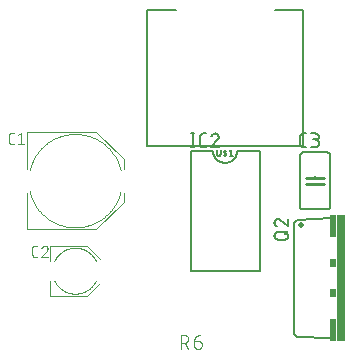
<source format=gbr>
G04 EAGLE Gerber RS-274X export*
G75*
%MOMM*%
%FSLAX34Y34*%
%LPD*%
%INSilkscreen Top*%
%IPPOS*%
%AMOC8*
5,1,8,0,0,1.08239X$1,22.5*%
G01*
%ADD10C,0.101600*%
%ADD11C,0.076200*%
%ADD12C,0.152400*%
%ADD13C,0.254000*%
%ADD14C,0.127000*%
%ADD15C,0.203200*%
%ADD16C,0.508000*%
%ADD17R,0.762000X10.668000*%
%ADD18R,0.508000X1.905000*%
%ADD19R,0.508000X0.762000*%


D10*
X41550Y873600D02*
X41550Y904600D01*
X100550Y904600D01*
X123550Y881600D01*
X123550Y873600D01*
X123550Y853600D02*
X123550Y845600D01*
X100550Y822600D01*
X41550Y822600D01*
X41550Y853600D01*
X44050Y872600D02*
X44281Y873536D01*
X44534Y874466D01*
X44811Y875390D01*
X45109Y876307D01*
X45430Y877216D01*
X45773Y878117D01*
X46138Y879009D01*
X46525Y879892D01*
X46933Y880766D01*
X47362Y881629D01*
X47812Y882482D01*
X48283Y883323D01*
X48774Y884153D01*
X49285Y884970D01*
X49816Y885775D01*
X50366Y886566D01*
X50936Y887344D01*
X51524Y888108D01*
X52131Y888857D01*
X52756Y889591D01*
X53398Y890310D01*
X54058Y891013D01*
X54735Y891700D01*
X55428Y892369D01*
X56138Y893022D01*
X56863Y893657D01*
X57604Y894275D01*
X58359Y894874D01*
X59129Y895454D01*
X59912Y896016D01*
X60710Y896558D01*
X61520Y897081D01*
X62342Y897584D01*
X63177Y898066D01*
X64023Y898529D01*
X64880Y898970D01*
X65748Y899390D01*
X66625Y899789D01*
X67512Y900167D01*
X68409Y900523D01*
X69313Y900856D01*
X70225Y901168D01*
X71145Y901457D01*
X72071Y901724D01*
X73004Y901968D01*
X73942Y902190D01*
X74886Y902388D01*
X75834Y902563D01*
X76786Y902716D01*
X77741Y902844D01*
X78700Y902950D01*
X79660Y903032D01*
X80623Y903091D01*
X81586Y903126D01*
X82550Y903138D01*
X83514Y903126D01*
X84477Y903091D01*
X85440Y903032D01*
X86400Y902950D01*
X87359Y902844D01*
X88314Y902716D01*
X89266Y902563D01*
X90214Y902388D01*
X91158Y902190D01*
X92096Y901968D01*
X93029Y901724D01*
X93955Y901457D01*
X94875Y901168D01*
X95787Y900856D01*
X96691Y900523D01*
X97588Y900167D01*
X98475Y899789D01*
X99352Y899390D01*
X100220Y898970D01*
X101077Y898529D01*
X101923Y898066D01*
X102758Y897584D01*
X103580Y897081D01*
X104390Y896558D01*
X105188Y896016D01*
X105971Y895454D01*
X106741Y894874D01*
X107496Y894275D01*
X108237Y893657D01*
X108962Y893022D01*
X109672Y892369D01*
X110365Y891700D01*
X111042Y891013D01*
X111702Y890310D01*
X112344Y889591D01*
X112969Y888857D01*
X113576Y888108D01*
X114164Y887344D01*
X114734Y886566D01*
X115284Y885775D01*
X115815Y884970D01*
X116326Y884153D01*
X116817Y883323D01*
X117288Y882482D01*
X117738Y881629D01*
X118167Y880766D01*
X118575Y879892D01*
X118962Y879009D01*
X119327Y878117D01*
X119670Y877216D01*
X119991Y876307D01*
X120289Y875390D01*
X120566Y874466D01*
X120819Y873536D01*
X121050Y872600D01*
X121050Y854600D02*
X120819Y853664D01*
X120566Y852734D01*
X120289Y851810D01*
X119991Y850893D01*
X119670Y849984D01*
X119327Y849083D01*
X118962Y848191D01*
X118575Y847308D01*
X118167Y846434D01*
X117738Y845571D01*
X117288Y844718D01*
X116817Y843877D01*
X116326Y843047D01*
X115815Y842230D01*
X115284Y841425D01*
X114734Y840634D01*
X114164Y839856D01*
X113576Y839092D01*
X112969Y838343D01*
X112344Y837609D01*
X111702Y836890D01*
X111042Y836187D01*
X110365Y835500D01*
X109672Y834831D01*
X108962Y834178D01*
X108237Y833543D01*
X107496Y832925D01*
X106741Y832326D01*
X105971Y831746D01*
X105188Y831184D01*
X104390Y830642D01*
X103580Y830119D01*
X102758Y829616D01*
X101923Y829134D01*
X101077Y828671D01*
X100220Y828230D01*
X99352Y827810D01*
X98475Y827411D01*
X97588Y827033D01*
X96691Y826677D01*
X95787Y826344D01*
X94875Y826032D01*
X93955Y825743D01*
X93029Y825476D01*
X92096Y825232D01*
X91158Y825010D01*
X90214Y824812D01*
X89266Y824637D01*
X88314Y824484D01*
X87359Y824356D01*
X86400Y824250D01*
X85440Y824168D01*
X84477Y824109D01*
X83514Y824074D01*
X82550Y824062D01*
X81586Y824074D01*
X80623Y824109D01*
X79660Y824168D01*
X78700Y824250D01*
X77741Y824356D01*
X76786Y824484D01*
X75834Y824637D01*
X74886Y824812D01*
X73942Y825010D01*
X73004Y825232D01*
X72071Y825476D01*
X71145Y825743D01*
X70225Y826032D01*
X69313Y826344D01*
X68409Y826677D01*
X67512Y827033D01*
X66625Y827411D01*
X65748Y827810D01*
X64880Y828230D01*
X64023Y828671D01*
X63177Y829134D01*
X62342Y829616D01*
X61520Y830119D01*
X60710Y830642D01*
X59912Y831184D01*
X59129Y831746D01*
X58359Y832326D01*
X57604Y832925D01*
X56863Y833543D01*
X56138Y834178D01*
X55428Y834831D01*
X54735Y835500D01*
X54058Y836187D01*
X53398Y836890D01*
X52756Y837609D01*
X52131Y838343D01*
X51524Y839092D01*
X50936Y839856D01*
X50366Y840634D01*
X49816Y841425D01*
X49285Y842230D01*
X48774Y843047D01*
X48283Y843877D01*
X47812Y844718D01*
X47362Y845571D01*
X46933Y846434D01*
X46525Y847308D01*
X46138Y848191D01*
X45773Y849083D01*
X45430Y849984D01*
X45109Y850893D01*
X44811Y851810D01*
X44534Y852734D01*
X44281Y853664D01*
X44050Y854600D01*
D11*
X30654Y894796D02*
X28566Y894796D01*
X28477Y894798D01*
X28389Y894804D01*
X28301Y894813D01*
X28213Y894826D01*
X28126Y894843D01*
X28040Y894863D01*
X27955Y894888D01*
X27870Y894915D01*
X27787Y894947D01*
X27706Y894981D01*
X27626Y895020D01*
X27548Y895061D01*
X27471Y895106D01*
X27397Y895154D01*
X27324Y895205D01*
X27254Y895259D01*
X27187Y895317D01*
X27121Y895377D01*
X27059Y895439D01*
X26999Y895505D01*
X26941Y895572D01*
X26887Y895642D01*
X26836Y895715D01*
X26788Y895789D01*
X26743Y895866D01*
X26702Y895944D01*
X26663Y896024D01*
X26629Y896105D01*
X26597Y896188D01*
X26570Y896273D01*
X26545Y896358D01*
X26525Y896444D01*
X26508Y896531D01*
X26495Y896619D01*
X26486Y896707D01*
X26480Y896795D01*
X26478Y896884D01*
X26477Y896884D02*
X26477Y902106D01*
X26478Y902106D02*
X26480Y902197D01*
X26486Y902288D01*
X26496Y902379D01*
X26510Y902469D01*
X26527Y902558D01*
X26549Y902646D01*
X26575Y902734D01*
X26604Y902820D01*
X26637Y902905D01*
X26674Y902988D01*
X26714Y903070D01*
X26758Y903150D01*
X26805Y903228D01*
X26856Y903304D01*
X26909Y903377D01*
X26966Y903448D01*
X27027Y903517D01*
X27090Y903582D01*
X27155Y903645D01*
X27224Y903705D01*
X27295Y903763D01*
X27368Y903816D01*
X27444Y903867D01*
X27522Y903914D01*
X27602Y903958D01*
X27684Y903998D01*
X27767Y904035D01*
X27852Y904068D01*
X27938Y904097D01*
X28026Y904123D01*
X28114Y904145D01*
X28203Y904162D01*
X28293Y904176D01*
X28384Y904186D01*
X28475Y904192D01*
X28566Y904194D01*
X30654Y904194D01*
X34123Y902106D02*
X36733Y904194D01*
X36733Y894796D01*
X34123Y894796D02*
X39344Y894796D01*
D10*
X65050Y795900D02*
X65262Y796323D01*
X65484Y796741D01*
X65716Y797153D01*
X65958Y797559D01*
X66210Y797960D01*
X66472Y798354D01*
X66743Y798742D01*
X67023Y799123D01*
X67313Y799497D01*
X67612Y799864D01*
X67919Y800223D01*
X68235Y800575D01*
X68560Y800919D01*
X68893Y801256D01*
X69234Y801584D01*
X69583Y801903D01*
X69939Y802214D01*
X70303Y802517D01*
X70674Y802810D01*
X71052Y803094D01*
X71437Y803369D01*
X71829Y803634D01*
X72227Y803890D01*
X72631Y804136D01*
X73041Y804373D01*
X73456Y804599D01*
X73877Y804815D01*
X74303Y805021D01*
X74734Y805216D01*
X75170Y805401D01*
X75610Y805575D01*
X76054Y805738D01*
X76501Y805891D01*
X76953Y806032D01*
X77408Y806163D01*
X77865Y806283D01*
X78326Y806391D01*
X78789Y806488D01*
X79254Y806574D01*
X79721Y806648D01*
X80190Y806711D01*
X80661Y806763D01*
X81132Y806803D01*
X81604Y806832D01*
X82077Y806849D01*
X82550Y806855D01*
X83023Y806849D01*
X83496Y806832D01*
X83968Y806803D01*
X84439Y806763D01*
X84910Y806711D01*
X85379Y806648D01*
X85846Y806574D01*
X86311Y806488D01*
X86774Y806391D01*
X87235Y806283D01*
X87692Y806163D01*
X88147Y806032D01*
X88599Y805891D01*
X89046Y805738D01*
X89490Y805575D01*
X89930Y805401D01*
X90366Y805216D01*
X90797Y805021D01*
X91223Y804815D01*
X91644Y804599D01*
X92059Y804373D01*
X92469Y804136D01*
X92873Y803890D01*
X93271Y803634D01*
X93663Y803369D01*
X94048Y803094D01*
X94426Y802810D01*
X94797Y802517D01*
X95161Y802214D01*
X95517Y801903D01*
X95866Y801584D01*
X96207Y801256D01*
X96540Y800919D01*
X96865Y800575D01*
X97181Y800223D01*
X97488Y799864D01*
X97787Y799497D01*
X98077Y799123D01*
X98357Y798742D01*
X98628Y798354D01*
X98890Y797960D01*
X99142Y797559D01*
X99384Y797153D01*
X99616Y796741D01*
X99838Y796323D01*
X100050Y795900D01*
X100050Y778900D02*
X99838Y778477D01*
X99616Y778059D01*
X99384Y777647D01*
X99142Y777241D01*
X98890Y776840D01*
X98628Y776446D01*
X98357Y776058D01*
X98077Y775677D01*
X97787Y775303D01*
X97488Y774936D01*
X97181Y774577D01*
X96865Y774225D01*
X96540Y773881D01*
X96207Y773544D01*
X95866Y773216D01*
X95517Y772897D01*
X95161Y772586D01*
X94797Y772283D01*
X94426Y771990D01*
X94048Y771706D01*
X93663Y771431D01*
X93271Y771166D01*
X92873Y770910D01*
X92469Y770664D01*
X92059Y770427D01*
X91644Y770201D01*
X91223Y769985D01*
X90797Y769779D01*
X90366Y769584D01*
X89930Y769399D01*
X89490Y769225D01*
X89046Y769062D01*
X88599Y768909D01*
X88147Y768768D01*
X87692Y768637D01*
X87235Y768517D01*
X86774Y768409D01*
X86311Y768312D01*
X85846Y768226D01*
X85379Y768152D01*
X84910Y768089D01*
X84439Y768037D01*
X83968Y767997D01*
X83496Y767968D01*
X83023Y767951D01*
X82550Y767945D01*
X82077Y767951D01*
X81604Y767968D01*
X81132Y767997D01*
X80661Y768037D01*
X80190Y768089D01*
X79721Y768152D01*
X79254Y768226D01*
X78789Y768312D01*
X78326Y768409D01*
X77865Y768517D01*
X77408Y768637D01*
X76953Y768768D01*
X76501Y768909D01*
X76054Y769062D01*
X75610Y769225D01*
X75170Y769399D01*
X74734Y769584D01*
X74303Y769779D01*
X73877Y769985D01*
X73456Y770201D01*
X73041Y770427D01*
X72631Y770664D01*
X72227Y770910D01*
X71829Y771166D01*
X71437Y771431D01*
X71052Y771706D01*
X70674Y771990D01*
X70303Y772283D01*
X69939Y772586D01*
X69583Y772897D01*
X69234Y773216D01*
X68893Y773544D01*
X68560Y773881D01*
X68235Y774225D01*
X67919Y774577D01*
X67612Y774936D01*
X67313Y775303D01*
X67023Y775677D01*
X66743Y776058D01*
X66472Y776446D01*
X66210Y776840D01*
X65958Y777241D01*
X65716Y777647D01*
X65484Y778059D01*
X65262Y778477D01*
X65050Y778900D01*
X61550Y795900D02*
X61550Y808400D01*
X92550Y808400D01*
X103550Y797400D01*
X103550Y777400D02*
X92550Y766400D01*
X61550Y766400D01*
X61550Y778900D01*
D11*
X50529Y799071D02*
X48441Y799071D01*
X48352Y799073D01*
X48264Y799079D01*
X48176Y799088D01*
X48088Y799101D01*
X48001Y799118D01*
X47915Y799138D01*
X47830Y799163D01*
X47745Y799190D01*
X47662Y799222D01*
X47581Y799256D01*
X47501Y799295D01*
X47423Y799336D01*
X47346Y799381D01*
X47272Y799429D01*
X47199Y799480D01*
X47129Y799534D01*
X47062Y799592D01*
X46996Y799652D01*
X46934Y799714D01*
X46874Y799780D01*
X46816Y799847D01*
X46762Y799917D01*
X46711Y799990D01*
X46663Y800064D01*
X46618Y800141D01*
X46577Y800219D01*
X46538Y800299D01*
X46504Y800380D01*
X46472Y800463D01*
X46445Y800548D01*
X46420Y800633D01*
X46400Y800719D01*
X46383Y800806D01*
X46370Y800894D01*
X46361Y800982D01*
X46355Y801070D01*
X46353Y801159D01*
X46352Y801159D02*
X46352Y806381D01*
X46353Y806381D02*
X46355Y806472D01*
X46361Y806563D01*
X46371Y806654D01*
X46385Y806744D01*
X46402Y806833D01*
X46424Y806921D01*
X46450Y807009D01*
X46479Y807095D01*
X46512Y807180D01*
X46549Y807263D01*
X46589Y807345D01*
X46633Y807425D01*
X46680Y807503D01*
X46731Y807579D01*
X46784Y807652D01*
X46841Y807723D01*
X46902Y807792D01*
X46965Y807857D01*
X47030Y807920D01*
X47099Y807980D01*
X47170Y808038D01*
X47243Y808091D01*
X47319Y808142D01*
X47397Y808189D01*
X47477Y808233D01*
X47559Y808273D01*
X47642Y808310D01*
X47727Y808343D01*
X47813Y808372D01*
X47901Y808398D01*
X47989Y808420D01*
X48078Y808437D01*
X48168Y808451D01*
X48259Y808461D01*
X48350Y808467D01*
X48441Y808469D01*
X50529Y808469D01*
X56870Y808470D02*
X56965Y808468D01*
X57059Y808462D01*
X57153Y808453D01*
X57247Y808440D01*
X57340Y808423D01*
X57432Y808402D01*
X57524Y808377D01*
X57614Y808349D01*
X57703Y808317D01*
X57791Y808282D01*
X57877Y808243D01*
X57962Y808201D01*
X58045Y808155D01*
X58126Y808106D01*
X58205Y808054D01*
X58282Y807999D01*
X58356Y807940D01*
X58428Y807879D01*
X58498Y807815D01*
X58565Y807748D01*
X58629Y807678D01*
X58690Y807606D01*
X58749Y807532D01*
X58804Y807455D01*
X58856Y807376D01*
X58905Y807295D01*
X58951Y807212D01*
X58993Y807127D01*
X59032Y807041D01*
X59067Y806953D01*
X59099Y806864D01*
X59127Y806774D01*
X59152Y806682D01*
X59173Y806590D01*
X59190Y806497D01*
X59203Y806403D01*
X59212Y806309D01*
X59218Y806215D01*
X59220Y806120D01*
X56870Y808469D02*
X56762Y808467D01*
X56653Y808461D01*
X56545Y808451D01*
X56438Y808438D01*
X56331Y808420D01*
X56224Y808399D01*
X56119Y808374D01*
X56014Y808345D01*
X55911Y808313D01*
X55809Y808276D01*
X55708Y808236D01*
X55609Y808193D01*
X55511Y808146D01*
X55415Y808095D01*
X55321Y808041D01*
X55229Y807984D01*
X55139Y807923D01*
X55051Y807859D01*
X54966Y807793D01*
X54883Y807723D01*
X54803Y807650D01*
X54725Y807574D01*
X54650Y807496D01*
X54578Y807415D01*
X54509Y807331D01*
X54443Y807245D01*
X54380Y807157D01*
X54321Y807066D01*
X54264Y806974D01*
X54211Y806879D01*
X54162Y806783D01*
X54116Y806684D01*
X54073Y806585D01*
X54034Y806483D01*
X53999Y806381D01*
X58436Y804292D02*
X58505Y804361D01*
X58571Y804432D01*
X58635Y804505D01*
X58696Y804581D01*
X58754Y804660D01*
X58808Y804740D01*
X58860Y804823D01*
X58908Y804907D01*
X58954Y804993D01*
X58995Y805081D01*
X59034Y805171D01*
X59069Y805262D01*
X59100Y805354D01*
X59128Y805447D01*
X59152Y805541D01*
X59172Y805636D01*
X59189Y805732D01*
X59202Y805829D01*
X59211Y805926D01*
X59217Y806023D01*
X59219Y806120D01*
X58436Y804292D02*
X53998Y799071D01*
X59219Y799071D01*
D12*
X298450Y842010D02*
X298450Y885190D01*
X273050Y885190D02*
X273050Y842010D01*
X275590Y839470D02*
X295910Y839470D01*
X295910Y887730D02*
X275590Y887730D01*
X298450Y842010D02*
X298448Y841910D01*
X298442Y841811D01*
X298432Y841711D01*
X298419Y841613D01*
X298401Y841514D01*
X298380Y841417D01*
X298355Y841321D01*
X298326Y841225D01*
X298293Y841131D01*
X298257Y841038D01*
X298217Y840947D01*
X298173Y840857D01*
X298126Y840769D01*
X298076Y840683D01*
X298022Y840599D01*
X297965Y840517D01*
X297905Y840438D01*
X297841Y840360D01*
X297775Y840286D01*
X297706Y840214D01*
X297634Y840145D01*
X297560Y840079D01*
X297482Y840015D01*
X297403Y839955D01*
X297321Y839898D01*
X297237Y839844D01*
X297151Y839794D01*
X297063Y839747D01*
X296973Y839703D01*
X296882Y839663D01*
X296789Y839627D01*
X296695Y839594D01*
X296599Y839565D01*
X296503Y839540D01*
X296406Y839519D01*
X296307Y839501D01*
X296209Y839488D01*
X296109Y839478D01*
X296010Y839472D01*
X295910Y839470D01*
X298450Y885190D02*
X298448Y885290D01*
X298442Y885389D01*
X298432Y885489D01*
X298419Y885587D01*
X298401Y885686D01*
X298380Y885783D01*
X298355Y885879D01*
X298326Y885975D01*
X298293Y886069D01*
X298257Y886162D01*
X298217Y886253D01*
X298173Y886343D01*
X298126Y886431D01*
X298076Y886517D01*
X298022Y886601D01*
X297965Y886683D01*
X297905Y886762D01*
X297841Y886840D01*
X297775Y886914D01*
X297706Y886986D01*
X297634Y887055D01*
X297560Y887121D01*
X297482Y887185D01*
X297403Y887245D01*
X297321Y887302D01*
X297237Y887356D01*
X297151Y887406D01*
X297063Y887453D01*
X296973Y887497D01*
X296882Y887537D01*
X296789Y887573D01*
X296695Y887606D01*
X296599Y887635D01*
X296503Y887660D01*
X296406Y887681D01*
X296307Y887699D01*
X296209Y887712D01*
X296109Y887722D01*
X296010Y887728D01*
X295910Y887730D01*
X273050Y842010D02*
X273052Y841910D01*
X273058Y841811D01*
X273068Y841711D01*
X273081Y841613D01*
X273099Y841514D01*
X273120Y841417D01*
X273145Y841321D01*
X273174Y841225D01*
X273207Y841131D01*
X273243Y841038D01*
X273283Y840947D01*
X273327Y840857D01*
X273374Y840769D01*
X273424Y840683D01*
X273478Y840599D01*
X273535Y840517D01*
X273595Y840438D01*
X273659Y840360D01*
X273725Y840286D01*
X273794Y840214D01*
X273866Y840145D01*
X273940Y840079D01*
X274018Y840015D01*
X274097Y839955D01*
X274179Y839898D01*
X274263Y839844D01*
X274349Y839794D01*
X274437Y839747D01*
X274527Y839703D01*
X274618Y839663D01*
X274711Y839627D01*
X274805Y839594D01*
X274901Y839565D01*
X274997Y839540D01*
X275094Y839519D01*
X275193Y839501D01*
X275291Y839488D01*
X275391Y839478D01*
X275490Y839472D01*
X275590Y839470D01*
X273050Y885190D02*
X273052Y885290D01*
X273058Y885389D01*
X273068Y885489D01*
X273081Y885587D01*
X273099Y885686D01*
X273120Y885783D01*
X273145Y885879D01*
X273174Y885975D01*
X273207Y886069D01*
X273243Y886162D01*
X273283Y886253D01*
X273327Y886343D01*
X273374Y886431D01*
X273424Y886517D01*
X273478Y886601D01*
X273535Y886683D01*
X273595Y886762D01*
X273659Y886840D01*
X273725Y886914D01*
X273794Y886986D01*
X273866Y887055D01*
X273940Y887121D01*
X274018Y887185D01*
X274097Y887245D01*
X274179Y887302D01*
X274263Y887356D01*
X274349Y887406D01*
X274437Y887453D01*
X274527Y887497D01*
X274618Y887537D01*
X274711Y887573D01*
X274805Y887606D01*
X274901Y887635D01*
X274997Y887660D01*
X275094Y887681D01*
X275193Y887699D01*
X275291Y887712D01*
X275391Y887722D01*
X275490Y887728D01*
X275590Y887730D01*
X285750Y861060D02*
X285750Y859790D01*
D13*
X285750Y861060D02*
X293370Y861060D01*
X285750Y861060D02*
X278130Y861060D01*
X285750Y866140D02*
X293370Y866140D01*
X285750Y866140D02*
X278130Y866140D01*
D12*
X285750Y866140D02*
X285750Y867410D01*
D14*
X278130Y892175D02*
X275590Y892175D01*
X275490Y892177D01*
X275391Y892183D01*
X275291Y892193D01*
X275193Y892206D01*
X275094Y892224D01*
X274997Y892245D01*
X274901Y892270D01*
X274805Y892299D01*
X274711Y892332D01*
X274618Y892368D01*
X274527Y892408D01*
X274437Y892452D01*
X274349Y892499D01*
X274263Y892549D01*
X274179Y892603D01*
X274097Y892660D01*
X274018Y892720D01*
X273940Y892784D01*
X273866Y892850D01*
X273794Y892919D01*
X273725Y892991D01*
X273659Y893065D01*
X273595Y893143D01*
X273535Y893222D01*
X273478Y893304D01*
X273424Y893388D01*
X273374Y893474D01*
X273327Y893562D01*
X273283Y893652D01*
X273243Y893743D01*
X273207Y893836D01*
X273174Y893930D01*
X273145Y894026D01*
X273120Y894122D01*
X273099Y894219D01*
X273081Y894318D01*
X273068Y894416D01*
X273058Y894516D01*
X273052Y894615D01*
X273050Y894715D01*
X273050Y901065D01*
X273052Y901165D01*
X273058Y901264D01*
X273068Y901364D01*
X273081Y901462D01*
X273099Y901561D01*
X273120Y901658D01*
X273145Y901754D01*
X273174Y901850D01*
X273207Y901944D01*
X273243Y902037D01*
X273283Y902128D01*
X273327Y902218D01*
X273374Y902306D01*
X273424Y902392D01*
X273478Y902476D01*
X273535Y902558D01*
X273595Y902637D01*
X273659Y902715D01*
X273725Y902789D01*
X273794Y902861D01*
X273866Y902930D01*
X273940Y902996D01*
X274018Y903060D01*
X274097Y903120D01*
X274179Y903177D01*
X274263Y903231D01*
X274349Y903281D01*
X274437Y903328D01*
X274527Y903372D01*
X274618Y903412D01*
X274711Y903448D01*
X274805Y903481D01*
X274901Y903510D01*
X274997Y903535D01*
X275094Y903556D01*
X275193Y903574D01*
X275291Y903587D01*
X275391Y903597D01*
X275490Y903603D01*
X275590Y903605D01*
X278130Y903605D01*
X282612Y892175D02*
X285787Y892175D01*
X285898Y892177D01*
X286008Y892183D01*
X286119Y892192D01*
X286229Y892206D01*
X286338Y892223D01*
X286447Y892244D01*
X286555Y892269D01*
X286662Y892298D01*
X286768Y892330D01*
X286873Y892366D01*
X286976Y892406D01*
X287078Y892449D01*
X287179Y892496D01*
X287278Y892547D01*
X287375Y892600D01*
X287469Y892657D01*
X287562Y892718D01*
X287653Y892781D01*
X287742Y892848D01*
X287828Y892918D01*
X287911Y892991D01*
X287993Y893066D01*
X288071Y893144D01*
X288146Y893226D01*
X288219Y893309D01*
X288289Y893395D01*
X288356Y893484D01*
X288419Y893575D01*
X288480Y893668D01*
X288537Y893763D01*
X288590Y893859D01*
X288641Y893958D01*
X288688Y894059D01*
X288731Y894161D01*
X288771Y894264D01*
X288807Y894369D01*
X288839Y894475D01*
X288868Y894582D01*
X288893Y894690D01*
X288914Y894799D01*
X288931Y894908D01*
X288945Y895018D01*
X288954Y895129D01*
X288960Y895239D01*
X288962Y895350D01*
X288960Y895461D01*
X288954Y895571D01*
X288945Y895682D01*
X288931Y895792D01*
X288914Y895901D01*
X288893Y896010D01*
X288868Y896118D01*
X288839Y896225D01*
X288807Y896331D01*
X288771Y896436D01*
X288731Y896539D01*
X288688Y896641D01*
X288641Y896742D01*
X288590Y896841D01*
X288537Y896937D01*
X288480Y897032D01*
X288419Y897125D01*
X288356Y897216D01*
X288289Y897305D01*
X288219Y897391D01*
X288146Y897474D01*
X288071Y897556D01*
X287993Y897634D01*
X287911Y897709D01*
X287828Y897782D01*
X287742Y897852D01*
X287653Y897919D01*
X287562Y897982D01*
X287469Y898043D01*
X287375Y898100D01*
X287278Y898153D01*
X287179Y898204D01*
X287078Y898251D01*
X286976Y898294D01*
X286873Y898334D01*
X286768Y898370D01*
X286662Y898402D01*
X286555Y898431D01*
X286447Y898456D01*
X286338Y898477D01*
X286229Y898494D01*
X286119Y898508D01*
X286008Y898517D01*
X285898Y898523D01*
X285787Y898525D01*
X286422Y903605D02*
X282612Y903605D01*
X286422Y903605D02*
X286522Y903603D01*
X286621Y903597D01*
X286721Y903587D01*
X286819Y903574D01*
X286918Y903556D01*
X287015Y903535D01*
X287111Y903510D01*
X287207Y903481D01*
X287301Y903448D01*
X287394Y903412D01*
X287485Y903372D01*
X287575Y903328D01*
X287663Y903281D01*
X287749Y903231D01*
X287833Y903177D01*
X287915Y903120D01*
X287994Y903060D01*
X288072Y902996D01*
X288146Y902930D01*
X288218Y902861D01*
X288287Y902789D01*
X288353Y902715D01*
X288417Y902637D01*
X288477Y902558D01*
X288534Y902476D01*
X288588Y902392D01*
X288638Y902306D01*
X288685Y902218D01*
X288729Y902128D01*
X288769Y902037D01*
X288805Y901944D01*
X288838Y901850D01*
X288867Y901754D01*
X288892Y901658D01*
X288913Y901561D01*
X288931Y901462D01*
X288944Y901364D01*
X288954Y901264D01*
X288960Y901165D01*
X288962Y901065D01*
X288960Y900965D01*
X288954Y900866D01*
X288944Y900766D01*
X288931Y900668D01*
X288913Y900569D01*
X288892Y900472D01*
X288867Y900376D01*
X288838Y900280D01*
X288805Y900186D01*
X288769Y900093D01*
X288729Y900002D01*
X288685Y899912D01*
X288638Y899824D01*
X288588Y899738D01*
X288534Y899654D01*
X288477Y899572D01*
X288417Y899493D01*
X288353Y899415D01*
X288287Y899341D01*
X288218Y899269D01*
X288146Y899200D01*
X288072Y899134D01*
X287994Y899070D01*
X287915Y899010D01*
X287833Y898953D01*
X287749Y898899D01*
X287663Y898849D01*
X287575Y898802D01*
X287485Y898758D01*
X287394Y898718D01*
X287301Y898682D01*
X287207Y898649D01*
X287111Y898620D01*
X287015Y898595D01*
X286918Y898574D01*
X286819Y898556D01*
X286721Y898543D01*
X286621Y898533D01*
X286522Y898527D01*
X286422Y898525D01*
X283882Y898525D01*
D12*
X238760Y889000D02*
X238760Y787400D01*
X180340Y787400D02*
X180340Y889000D01*
X180340Y787400D02*
X238760Y787400D01*
X238760Y889000D02*
X219710Y889000D01*
X199390Y889000D02*
X180340Y889000D01*
X199390Y889000D02*
X199393Y888753D01*
X199402Y888505D01*
X199417Y888258D01*
X199438Y888012D01*
X199465Y887766D01*
X199498Y887521D01*
X199537Y887276D01*
X199582Y887033D01*
X199633Y886791D01*
X199690Y886550D01*
X199752Y886311D01*
X199821Y886073D01*
X199895Y885837D01*
X199975Y885603D01*
X200060Y885371D01*
X200152Y885141D01*
X200248Y884913D01*
X200351Y884688D01*
X200458Y884465D01*
X200572Y884245D01*
X200690Y884028D01*
X200814Y883813D01*
X200943Y883602D01*
X201077Y883394D01*
X201216Y883189D01*
X201360Y882988D01*
X201508Y882790D01*
X201662Y882596D01*
X201820Y882406D01*
X201983Y882220D01*
X202150Y882038D01*
X202322Y881860D01*
X202498Y881686D01*
X202678Y881516D01*
X202863Y881351D01*
X203051Y881191D01*
X203243Y881035D01*
X203439Y880883D01*
X203638Y880737D01*
X203841Y880595D01*
X204048Y880459D01*
X204257Y880327D01*
X204470Y880201D01*
X204686Y880080D01*
X204904Y879964D01*
X205126Y879854D01*
X205350Y879749D01*
X205576Y879649D01*
X205805Y879555D01*
X206036Y879467D01*
X206270Y879384D01*
X206505Y879307D01*
X206742Y879236D01*
X206980Y879170D01*
X207220Y879111D01*
X207462Y879057D01*
X207705Y879009D01*
X207948Y878967D01*
X208193Y878931D01*
X208439Y878901D01*
X208685Y878877D01*
X208932Y878859D01*
X209179Y878847D01*
X209426Y878841D01*
X209674Y878841D01*
X209921Y878847D01*
X210168Y878859D01*
X210415Y878877D01*
X210661Y878901D01*
X210907Y878931D01*
X211152Y878967D01*
X211395Y879009D01*
X211638Y879057D01*
X211880Y879111D01*
X212120Y879170D01*
X212358Y879236D01*
X212595Y879307D01*
X212830Y879384D01*
X213064Y879467D01*
X213295Y879555D01*
X213524Y879649D01*
X213750Y879749D01*
X213974Y879854D01*
X214196Y879964D01*
X214414Y880080D01*
X214630Y880201D01*
X214843Y880327D01*
X215052Y880459D01*
X215259Y880595D01*
X215462Y880737D01*
X215661Y880883D01*
X215857Y881035D01*
X216049Y881191D01*
X216237Y881351D01*
X216422Y881516D01*
X216602Y881686D01*
X216778Y881860D01*
X216950Y882038D01*
X217117Y882220D01*
X217280Y882406D01*
X217438Y882596D01*
X217592Y882790D01*
X217740Y882988D01*
X217884Y883189D01*
X218023Y883394D01*
X218157Y883602D01*
X218286Y883813D01*
X218410Y884028D01*
X218528Y884245D01*
X218642Y884465D01*
X218749Y884688D01*
X218852Y884913D01*
X218948Y885141D01*
X219040Y885371D01*
X219125Y885603D01*
X219205Y885837D01*
X219279Y886073D01*
X219348Y886311D01*
X219410Y886550D01*
X219467Y886791D01*
X219518Y887033D01*
X219563Y887276D01*
X219602Y887521D01*
X219635Y887766D01*
X219662Y888012D01*
X219683Y888258D01*
X219698Y888505D01*
X219707Y888753D01*
X219710Y889000D01*
D14*
X182245Y892175D02*
X182245Y903605D01*
X180975Y892175D02*
X183515Y892175D01*
X183515Y903605D02*
X180975Y903605D01*
X190717Y892175D02*
X193257Y892175D01*
X190717Y892175D02*
X190617Y892177D01*
X190518Y892183D01*
X190418Y892193D01*
X190320Y892206D01*
X190221Y892224D01*
X190124Y892245D01*
X190028Y892270D01*
X189932Y892299D01*
X189838Y892332D01*
X189745Y892368D01*
X189654Y892408D01*
X189564Y892452D01*
X189476Y892499D01*
X189390Y892549D01*
X189306Y892603D01*
X189224Y892660D01*
X189145Y892720D01*
X189067Y892784D01*
X188993Y892850D01*
X188921Y892919D01*
X188852Y892991D01*
X188786Y893065D01*
X188722Y893143D01*
X188662Y893222D01*
X188605Y893304D01*
X188551Y893388D01*
X188501Y893474D01*
X188454Y893562D01*
X188410Y893652D01*
X188370Y893743D01*
X188334Y893836D01*
X188301Y893930D01*
X188272Y894026D01*
X188247Y894122D01*
X188226Y894219D01*
X188208Y894318D01*
X188195Y894416D01*
X188185Y894516D01*
X188179Y894615D01*
X188177Y894715D01*
X188177Y901065D01*
X188179Y901165D01*
X188185Y901264D01*
X188195Y901364D01*
X188208Y901462D01*
X188226Y901561D01*
X188247Y901658D01*
X188272Y901754D01*
X188301Y901850D01*
X188334Y901944D01*
X188370Y902037D01*
X188410Y902128D01*
X188454Y902218D01*
X188501Y902306D01*
X188551Y902392D01*
X188605Y902476D01*
X188662Y902558D01*
X188722Y902637D01*
X188786Y902715D01*
X188852Y902789D01*
X188921Y902861D01*
X188993Y902930D01*
X189067Y902996D01*
X189145Y903060D01*
X189224Y903120D01*
X189306Y903177D01*
X189390Y903231D01*
X189476Y903281D01*
X189564Y903328D01*
X189654Y903372D01*
X189745Y903412D01*
X189838Y903448D01*
X189932Y903481D01*
X190028Y903510D01*
X190124Y903535D01*
X190221Y903556D01*
X190320Y903574D01*
X190418Y903587D01*
X190518Y903597D01*
X190617Y903603D01*
X190717Y903605D01*
X193257Y903605D01*
X201231Y903606D02*
X201335Y903604D01*
X201440Y903598D01*
X201544Y903589D01*
X201647Y903576D01*
X201750Y903558D01*
X201852Y903538D01*
X201954Y903513D01*
X202054Y903485D01*
X202154Y903453D01*
X202252Y903417D01*
X202349Y903378D01*
X202444Y903336D01*
X202538Y903290D01*
X202630Y903240D01*
X202720Y903188D01*
X202808Y903132D01*
X202894Y903072D01*
X202978Y903010D01*
X203059Y902945D01*
X203138Y902877D01*
X203215Y902805D01*
X203288Y902732D01*
X203360Y902655D01*
X203428Y902576D01*
X203493Y902495D01*
X203555Y902411D01*
X203615Y902325D01*
X203671Y902237D01*
X203723Y902147D01*
X203773Y902055D01*
X203819Y901961D01*
X203861Y901866D01*
X203900Y901769D01*
X203936Y901671D01*
X203968Y901571D01*
X203996Y901471D01*
X204021Y901369D01*
X204041Y901267D01*
X204059Y901164D01*
X204072Y901061D01*
X204081Y900957D01*
X204087Y900852D01*
X204089Y900748D01*
X201231Y903605D02*
X201113Y903603D01*
X200994Y903597D01*
X200876Y903588D01*
X200759Y903575D01*
X200642Y903557D01*
X200525Y903537D01*
X200409Y903512D01*
X200294Y903484D01*
X200181Y903451D01*
X200068Y903416D01*
X199956Y903376D01*
X199846Y903334D01*
X199737Y903287D01*
X199629Y903237D01*
X199524Y903184D01*
X199420Y903127D01*
X199318Y903067D01*
X199218Y903004D01*
X199120Y902937D01*
X199024Y902868D01*
X198931Y902795D01*
X198840Y902719D01*
X198751Y902641D01*
X198665Y902559D01*
X198582Y902475D01*
X198501Y902389D01*
X198424Y902299D01*
X198349Y902208D01*
X198277Y902114D01*
X198208Y902017D01*
X198143Y901919D01*
X198080Y901818D01*
X198021Y901715D01*
X197965Y901611D01*
X197913Y901505D01*
X197864Y901397D01*
X197819Y901288D01*
X197777Y901177D01*
X197739Y901065D01*
X203137Y898526D02*
X203213Y898601D01*
X203288Y898680D01*
X203359Y898761D01*
X203428Y898845D01*
X203493Y898931D01*
X203555Y899019D01*
X203615Y899109D01*
X203671Y899201D01*
X203724Y899296D01*
X203773Y899392D01*
X203819Y899490D01*
X203862Y899589D01*
X203901Y899690D01*
X203936Y899792D01*
X203968Y899895D01*
X203996Y899999D01*
X204021Y900104D01*
X204042Y900211D01*
X204059Y900317D01*
X204072Y900424D01*
X204081Y900532D01*
X204087Y900640D01*
X204089Y900748D01*
X203136Y898525D02*
X197739Y892175D01*
X204089Y892175D01*
D10*
X171958Y732917D02*
X171958Y721233D01*
X171958Y732917D02*
X175204Y732917D01*
X175317Y732915D01*
X175430Y732909D01*
X175543Y732899D01*
X175656Y732885D01*
X175768Y732868D01*
X175879Y732846D01*
X175989Y732821D01*
X176099Y732791D01*
X176207Y732758D01*
X176314Y732721D01*
X176420Y732681D01*
X176524Y732636D01*
X176627Y732588D01*
X176728Y732537D01*
X176827Y732482D01*
X176924Y732424D01*
X177019Y732362D01*
X177112Y732297D01*
X177202Y732229D01*
X177290Y732158D01*
X177376Y732083D01*
X177459Y732006D01*
X177539Y731926D01*
X177616Y731843D01*
X177691Y731757D01*
X177762Y731669D01*
X177830Y731579D01*
X177895Y731486D01*
X177957Y731391D01*
X178015Y731294D01*
X178070Y731195D01*
X178121Y731094D01*
X178169Y730991D01*
X178214Y730887D01*
X178254Y730781D01*
X178291Y730674D01*
X178324Y730566D01*
X178354Y730456D01*
X178379Y730346D01*
X178401Y730235D01*
X178418Y730123D01*
X178432Y730010D01*
X178442Y729897D01*
X178448Y729784D01*
X178450Y729671D01*
X178448Y729558D01*
X178442Y729445D01*
X178432Y729332D01*
X178418Y729219D01*
X178401Y729107D01*
X178379Y728996D01*
X178354Y728886D01*
X178324Y728776D01*
X178291Y728668D01*
X178254Y728561D01*
X178214Y728455D01*
X178169Y728351D01*
X178121Y728248D01*
X178070Y728147D01*
X178015Y728048D01*
X177957Y727951D01*
X177895Y727856D01*
X177830Y727763D01*
X177762Y727673D01*
X177691Y727585D01*
X177616Y727499D01*
X177539Y727416D01*
X177459Y727336D01*
X177376Y727259D01*
X177290Y727184D01*
X177202Y727113D01*
X177112Y727045D01*
X177019Y726980D01*
X176924Y726918D01*
X176827Y726860D01*
X176728Y726805D01*
X176627Y726754D01*
X176524Y726706D01*
X176420Y726661D01*
X176314Y726621D01*
X176207Y726584D01*
X176099Y726551D01*
X175989Y726521D01*
X175879Y726496D01*
X175768Y726474D01*
X175656Y726457D01*
X175543Y726443D01*
X175430Y726433D01*
X175317Y726427D01*
X175204Y726425D01*
X175204Y726426D02*
X171958Y726426D01*
X175853Y726426D02*
X178449Y721233D01*
X183314Y727724D02*
X187209Y727724D01*
X187308Y727722D01*
X187408Y727716D01*
X187507Y727707D01*
X187605Y727694D01*
X187703Y727677D01*
X187801Y727656D01*
X187897Y727631D01*
X187992Y727603D01*
X188086Y727571D01*
X188179Y727536D01*
X188271Y727497D01*
X188361Y727454D01*
X188449Y727409D01*
X188536Y727359D01*
X188620Y727307D01*
X188703Y727251D01*
X188783Y727193D01*
X188861Y727131D01*
X188936Y727066D01*
X189009Y726998D01*
X189079Y726928D01*
X189147Y726855D01*
X189212Y726780D01*
X189274Y726702D01*
X189332Y726622D01*
X189388Y726539D01*
X189440Y726455D01*
X189490Y726368D01*
X189535Y726280D01*
X189578Y726190D01*
X189617Y726098D01*
X189652Y726005D01*
X189684Y725911D01*
X189712Y725816D01*
X189737Y725720D01*
X189758Y725622D01*
X189775Y725524D01*
X189788Y725426D01*
X189797Y725327D01*
X189803Y725227D01*
X189805Y725128D01*
X189805Y724479D01*
X189806Y724479D02*
X189804Y724366D01*
X189798Y724253D01*
X189788Y724140D01*
X189774Y724027D01*
X189757Y723915D01*
X189735Y723804D01*
X189710Y723694D01*
X189680Y723584D01*
X189647Y723476D01*
X189610Y723369D01*
X189570Y723263D01*
X189525Y723159D01*
X189477Y723056D01*
X189426Y722955D01*
X189371Y722856D01*
X189313Y722759D01*
X189251Y722664D01*
X189186Y722571D01*
X189118Y722481D01*
X189047Y722393D01*
X188972Y722307D01*
X188895Y722224D01*
X188815Y722144D01*
X188732Y722067D01*
X188646Y721992D01*
X188558Y721921D01*
X188468Y721853D01*
X188375Y721788D01*
X188280Y721726D01*
X188183Y721668D01*
X188084Y721613D01*
X187983Y721562D01*
X187880Y721514D01*
X187776Y721469D01*
X187670Y721429D01*
X187563Y721392D01*
X187455Y721359D01*
X187345Y721329D01*
X187235Y721304D01*
X187124Y721282D01*
X187012Y721265D01*
X186899Y721251D01*
X186786Y721241D01*
X186673Y721235D01*
X186560Y721233D01*
X186447Y721235D01*
X186334Y721241D01*
X186221Y721251D01*
X186108Y721265D01*
X185996Y721282D01*
X185885Y721304D01*
X185775Y721329D01*
X185665Y721359D01*
X185557Y721392D01*
X185450Y721429D01*
X185344Y721469D01*
X185240Y721514D01*
X185137Y721562D01*
X185036Y721613D01*
X184937Y721668D01*
X184840Y721726D01*
X184745Y721788D01*
X184652Y721853D01*
X184562Y721921D01*
X184474Y721992D01*
X184388Y722067D01*
X184305Y722144D01*
X184225Y722224D01*
X184148Y722307D01*
X184073Y722393D01*
X184002Y722481D01*
X183934Y722571D01*
X183869Y722664D01*
X183807Y722759D01*
X183749Y722856D01*
X183694Y722955D01*
X183643Y723056D01*
X183595Y723159D01*
X183550Y723263D01*
X183510Y723369D01*
X183473Y723476D01*
X183440Y723584D01*
X183410Y723694D01*
X183385Y723804D01*
X183363Y723915D01*
X183346Y724027D01*
X183332Y724140D01*
X183322Y724253D01*
X183316Y724366D01*
X183314Y724479D01*
X183314Y727724D01*
X183316Y727867D01*
X183322Y728010D01*
X183332Y728153D01*
X183346Y728295D01*
X183363Y728437D01*
X183385Y728579D01*
X183410Y728720D01*
X183440Y728860D01*
X183473Y728999D01*
X183510Y729137D01*
X183551Y729274D01*
X183595Y729410D01*
X183644Y729545D01*
X183696Y729678D01*
X183751Y729810D01*
X183811Y729940D01*
X183874Y730069D01*
X183940Y730196D01*
X184010Y730320D01*
X184083Y730443D01*
X184160Y730564D01*
X184240Y730683D01*
X184323Y730799D01*
X184409Y730914D01*
X184498Y731025D01*
X184591Y731135D01*
X184686Y731241D01*
X184785Y731345D01*
X184886Y731446D01*
X184990Y731545D01*
X185096Y731640D01*
X185206Y731733D01*
X185317Y731822D01*
X185432Y731908D01*
X185548Y731991D01*
X185667Y732071D01*
X185788Y732148D01*
X185910Y732221D01*
X186035Y732291D01*
X186162Y732357D01*
X186291Y732420D01*
X186421Y732480D01*
X186553Y732535D01*
X186686Y732587D01*
X186821Y732636D01*
X186957Y732680D01*
X187094Y732721D01*
X187232Y732758D01*
X187371Y732791D01*
X187511Y732821D01*
X187652Y732846D01*
X187794Y732868D01*
X187936Y732885D01*
X188078Y732899D01*
X188221Y732909D01*
X188364Y732915D01*
X188507Y732917D01*
D15*
X143510Y892810D02*
X143510Y1008380D01*
X167640Y1008380D01*
X275590Y1008380D02*
X275590Y892810D01*
X275590Y1008380D02*
X251460Y1008380D01*
X275590Y892810D02*
X143510Y892810D01*
D14*
X202997Y889635D02*
X202997Y886150D01*
X202999Y886079D01*
X203005Y886007D01*
X203014Y885937D01*
X203027Y885867D01*
X203044Y885797D01*
X203065Y885729D01*
X203089Y885662D01*
X203117Y885596D01*
X203148Y885532D01*
X203183Y885469D01*
X203221Y885409D01*
X203262Y885350D01*
X203306Y885294D01*
X203353Y885240D01*
X203402Y885189D01*
X203455Y885141D01*
X203510Y885095D01*
X203567Y885053D01*
X203627Y885013D01*
X203688Y884977D01*
X203752Y884944D01*
X203817Y884915D01*
X203883Y884889D01*
X203951Y884866D01*
X204020Y884847D01*
X204090Y884832D01*
X204160Y884821D01*
X204231Y884813D01*
X204302Y884809D01*
X204374Y884809D01*
X204445Y884813D01*
X204516Y884821D01*
X204586Y884832D01*
X204656Y884847D01*
X204725Y884866D01*
X204793Y884889D01*
X204859Y884915D01*
X204924Y884944D01*
X204988Y884977D01*
X205049Y885013D01*
X205109Y885053D01*
X205166Y885095D01*
X205221Y885141D01*
X205274Y885189D01*
X205323Y885240D01*
X205370Y885294D01*
X205414Y885350D01*
X205455Y885409D01*
X205493Y885469D01*
X205528Y885532D01*
X205559Y885596D01*
X205587Y885662D01*
X205611Y885729D01*
X205632Y885797D01*
X205649Y885867D01*
X205662Y885937D01*
X205671Y886007D01*
X205677Y886079D01*
X205679Y886150D01*
X205679Y889635D01*
X209641Y889635D02*
X209641Y884809D01*
X209641Y887222D02*
X208971Y887624D01*
X208924Y887654D01*
X208880Y887688D01*
X208838Y887724D01*
X208799Y887763D01*
X208762Y887804D01*
X208729Y887849D01*
X208699Y887895D01*
X208671Y887943D01*
X208648Y887993D01*
X208628Y888045D01*
X208611Y888098D01*
X208598Y888151D01*
X208589Y888206D01*
X208584Y888261D01*
X208582Y888317D01*
X208584Y888372D01*
X208590Y888427D01*
X208600Y888481D01*
X208614Y888535D01*
X208631Y888588D01*
X208652Y888639D01*
X208677Y888689D01*
X208704Y888737D01*
X208735Y888782D01*
X208770Y888826D01*
X208807Y888867D01*
X208846Y888906D01*
X208889Y888941D01*
X208934Y888974D01*
X208980Y889004D01*
X209029Y889030D01*
X209080Y889052D01*
X209132Y889072D01*
X209185Y889087D01*
X209239Y889099D01*
X209239Y889098D02*
X209328Y889113D01*
X209418Y889123D01*
X209508Y889130D01*
X209598Y889133D01*
X209688Y889132D01*
X209778Y889127D01*
X209867Y889119D01*
X209957Y889106D01*
X210045Y889090D01*
X210133Y889070D01*
X210220Y889047D01*
X210306Y889020D01*
X210390Y888989D01*
X210474Y888954D01*
X210555Y888916D01*
X210636Y888875D01*
X210714Y888830D01*
X209641Y887222D02*
X210312Y886820D01*
X210359Y886790D01*
X210403Y886756D01*
X210445Y886720D01*
X210484Y886681D01*
X210521Y886640D01*
X210554Y886595D01*
X210584Y886549D01*
X210612Y886501D01*
X210635Y886451D01*
X210655Y886399D01*
X210672Y886346D01*
X210685Y886293D01*
X210694Y886238D01*
X210699Y886183D01*
X210701Y886127D01*
X210699Y886072D01*
X210693Y886017D01*
X210683Y885963D01*
X210669Y885909D01*
X210652Y885856D01*
X210631Y885805D01*
X210606Y885755D01*
X210579Y885707D01*
X210548Y885661D01*
X210513Y885618D01*
X210476Y885577D01*
X210437Y885538D01*
X210394Y885503D01*
X210349Y885470D01*
X210302Y885440D01*
X210254Y885414D01*
X210203Y885392D01*
X210151Y885372D01*
X210098Y885357D01*
X210044Y885345D01*
X210044Y885346D02*
X209955Y885331D01*
X209865Y885321D01*
X209775Y885314D01*
X209685Y885311D01*
X209595Y885312D01*
X209505Y885317D01*
X209416Y885325D01*
X209326Y885338D01*
X209238Y885354D01*
X209150Y885374D01*
X209063Y885397D01*
X208977Y885424D01*
X208893Y885455D01*
X208809Y885490D01*
X208728Y885528D01*
X208648Y885569D01*
X208569Y885614D01*
X213421Y888563D02*
X214762Y889635D01*
X214762Y884809D01*
X213421Y884809D02*
X216103Y884809D01*
D12*
X267970Y734060D02*
X270510Y731520D01*
X267970Y734060D02*
X267970Y828040D01*
X270510Y830580D01*
X270510Y731520D02*
X299720Y730250D01*
X299720Y831850D02*
X270510Y830580D01*
D16*
X274066Y826008D03*
D17*
X307340Y781050D03*
D18*
X300990Y824865D03*
D19*
X300990Y793750D03*
X300990Y768350D03*
D18*
X300990Y737235D03*
D14*
X259588Y813804D02*
X254508Y813804D01*
X254397Y813806D01*
X254287Y813812D01*
X254176Y813821D01*
X254066Y813835D01*
X253957Y813852D01*
X253848Y813873D01*
X253740Y813898D01*
X253633Y813927D01*
X253527Y813959D01*
X253422Y813995D01*
X253319Y814035D01*
X253217Y814078D01*
X253116Y814125D01*
X253017Y814176D01*
X252921Y814229D01*
X252826Y814286D01*
X252733Y814347D01*
X252642Y814410D01*
X252553Y814477D01*
X252467Y814547D01*
X252384Y814620D01*
X252302Y814695D01*
X252224Y814773D01*
X252149Y814855D01*
X252076Y814938D01*
X252006Y815024D01*
X251939Y815113D01*
X251876Y815204D01*
X251815Y815297D01*
X251758Y815392D01*
X251705Y815488D01*
X251654Y815587D01*
X251607Y815688D01*
X251564Y815790D01*
X251524Y815893D01*
X251488Y815998D01*
X251456Y816104D01*
X251427Y816211D01*
X251402Y816319D01*
X251381Y816428D01*
X251364Y816537D01*
X251350Y816647D01*
X251341Y816758D01*
X251335Y816868D01*
X251333Y816979D01*
X251335Y817090D01*
X251341Y817200D01*
X251350Y817311D01*
X251364Y817421D01*
X251381Y817530D01*
X251402Y817639D01*
X251427Y817747D01*
X251456Y817854D01*
X251488Y817960D01*
X251524Y818065D01*
X251564Y818168D01*
X251607Y818270D01*
X251654Y818371D01*
X251705Y818470D01*
X251758Y818567D01*
X251815Y818661D01*
X251876Y818754D01*
X251939Y818845D01*
X252006Y818934D01*
X252076Y819020D01*
X252149Y819103D01*
X252224Y819185D01*
X252302Y819263D01*
X252384Y819338D01*
X252467Y819411D01*
X252553Y819481D01*
X252642Y819548D01*
X252733Y819611D01*
X252826Y819672D01*
X252921Y819729D01*
X253017Y819782D01*
X253116Y819833D01*
X253217Y819880D01*
X253319Y819923D01*
X253422Y819963D01*
X253527Y819999D01*
X253633Y820031D01*
X253740Y820060D01*
X253848Y820085D01*
X253957Y820106D01*
X254066Y820123D01*
X254176Y820137D01*
X254287Y820146D01*
X254397Y820152D01*
X254508Y820154D01*
X259588Y820154D01*
X259699Y820152D01*
X259809Y820146D01*
X259920Y820137D01*
X260030Y820123D01*
X260139Y820106D01*
X260248Y820085D01*
X260356Y820060D01*
X260463Y820031D01*
X260569Y819999D01*
X260674Y819963D01*
X260777Y819923D01*
X260879Y819880D01*
X260980Y819833D01*
X261079Y819782D01*
X261176Y819729D01*
X261270Y819672D01*
X261363Y819611D01*
X261454Y819548D01*
X261543Y819481D01*
X261629Y819411D01*
X261712Y819338D01*
X261794Y819263D01*
X261872Y819185D01*
X261947Y819103D01*
X262020Y819020D01*
X262090Y818934D01*
X262157Y818845D01*
X262220Y818754D01*
X262281Y818661D01*
X262338Y818566D01*
X262391Y818470D01*
X262442Y818371D01*
X262489Y818270D01*
X262532Y818168D01*
X262572Y818065D01*
X262608Y817960D01*
X262640Y817854D01*
X262669Y817747D01*
X262694Y817639D01*
X262715Y817530D01*
X262732Y817421D01*
X262746Y817311D01*
X262755Y817200D01*
X262761Y817090D01*
X262763Y816979D01*
X262761Y816868D01*
X262755Y816758D01*
X262746Y816647D01*
X262732Y816537D01*
X262715Y816428D01*
X262694Y816319D01*
X262669Y816211D01*
X262640Y816104D01*
X262608Y815998D01*
X262572Y815893D01*
X262532Y815790D01*
X262489Y815688D01*
X262442Y815587D01*
X262391Y815488D01*
X262338Y815392D01*
X262281Y815297D01*
X262220Y815204D01*
X262157Y815113D01*
X262090Y815024D01*
X262020Y814938D01*
X261947Y814855D01*
X261872Y814773D01*
X261794Y814695D01*
X261712Y814620D01*
X261629Y814547D01*
X261543Y814477D01*
X261454Y814410D01*
X261363Y814347D01*
X261270Y814286D01*
X261175Y814229D01*
X261079Y814176D01*
X260980Y814125D01*
X260879Y814078D01*
X260777Y814035D01*
X260674Y813995D01*
X260569Y813959D01*
X260463Y813927D01*
X260356Y813898D01*
X260248Y813873D01*
X260139Y813852D01*
X260030Y813835D01*
X259920Y813821D01*
X259809Y813812D01*
X259699Y813806D01*
X259588Y813804D01*
X260223Y818884D02*
X262763Y821424D01*
X254191Y831216D02*
X254087Y831214D01*
X253982Y831208D01*
X253878Y831199D01*
X253775Y831186D01*
X253672Y831168D01*
X253570Y831148D01*
X253468Y831123D01*
X253368Y831095D01*
X253268Y831063D01*
X253170Y831027D01*
X253073Y830988D01*
X252978Y830946D01*
X252884Y830900D01*
X252792Y830850D01*
X252702Y830798D01*
X252614Y830742D01*
X252528Y830682D01*
X252444Y830620D01*
X252363Y830555D01*
X252284Y830487D01*
X252207Y830415D01*
X252134Y830342D01*
X252062Y830265D01*
X251994Y830186D01*
X251929Y830105D01*
X251867Y830021D01*
X251807Y829935D01*
X251751Y829847D01*
X251699Y829757D01*
X251649Y829665D01*
X251603Y829571D01*
X251561Y829476D01*
X251522Y829379D01*
X251486Y829281D01*
X251454Y829181D01*
X251426Y829081D01*
X251401Y828979D01*
X251381Y828877D01*
X251363Y828774D01*
X251350Y828671D01*
X251341Y828567D01*
X251335Y828462D01*
X251333Y828358D01*
X251335Y828240D01*
X251341Y828121D01*
X251350Y828003D01*
X251363Y827886D01*
X251381Y827769D01*
X251401Y827652D01*
X251426Y827536D01*
X251454Y827421D01*
X251487Y827308D01*
X251522Y827195D01*
X251562Y827083D01*
X251604Y826973D01*
X251651Y826864D01*
X251701Y826756D01*
X251754Y826651D01*
X251811Y826547D01*
X251871Y826445D01*
X251934Y826345D01*
X252001Y826247D01*
X252070Y826151D01*
X252143Y826058D01*
X252219Y825967D01*
X252297Y825878D01*
X252379Y825792D01*
X252463Y825709D01*
X252549Y825628D01*
X252639Y825551D01*
X252730Y825476D01*
X252824Y825404D01*
X252921Y825335D01*
X253019Y825270D01*
X253120Y825207D01*
X253223Y825148D01*
X253327Y825092D01*
X253433Y825040D01*
X253541Y824991D01*
X253650Y824946D01*
X253761Y824904D01*
X253873Y824866D01*
X256413Y830263D02*
X256338Y830339D01*
X256259Y830414D01*
X256178Y830485D01*
X256094Y830554D01*
X256008Y830619D01*
X255920Y830681D01*
X255830Y830741D01*
X255738Y830797D01*
X255643Y830850D01*
X255547Y830899D01*
X255449Y830945D01*
X255350Y830988D01*
X255249Y831027D01*
X255147Y831062D01*
X255044Y831094D01*
X254940Y831122D01*
X254835Y831147D01*
X254728Y831168D01*
X254622Y831185D01*
X254515Y831198D01*
X254407Y831207D01*
X254299Y831213D01*
X254191Y831215D01*
X256413Y830263D02*
X262763Y824865D01*
X262763Y831215D01*
M02*

</source>
